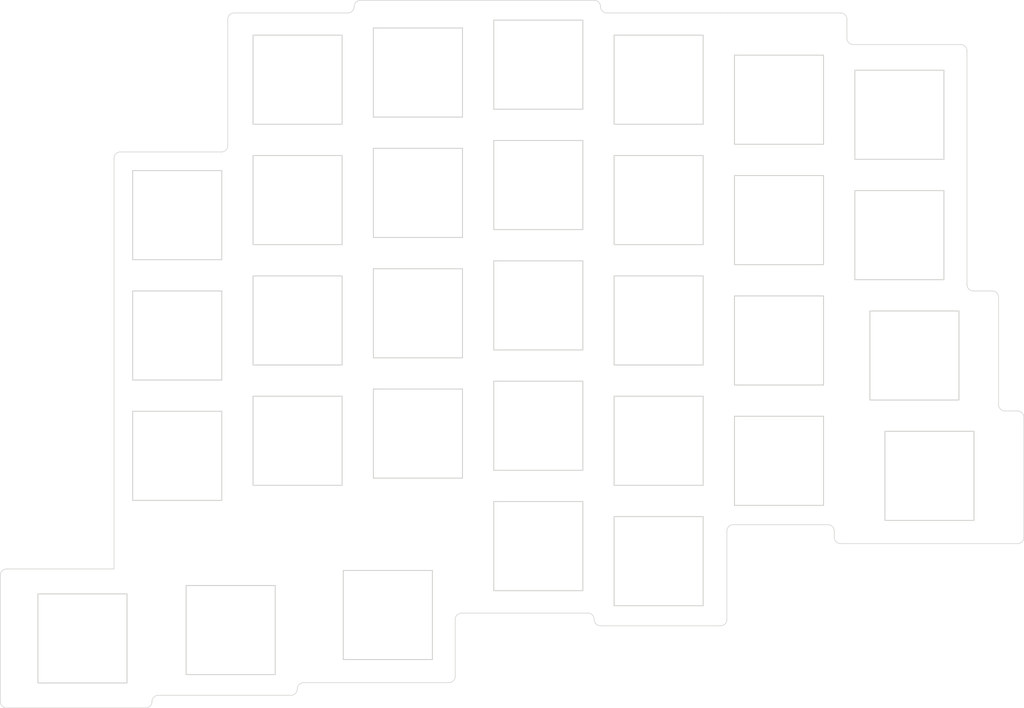
<source format=kicad_pcb>
(kicad_pcb (version 20241229) (generator "pcbnew") (generator_version "9.0")
  (layers (0 "F.Cu" signal) (2 "B.Cu" signal) (13 "F.Paste" user) (15 "B.Paste" user) (5 "F.SilkS" user "F.Silkscreen") (7 "B.SilkS" user "B.Silkscreen") (1 "F.Mask" user) (3 "B.Mask" user) (25 "Edge.Cuts" user))
  (net 0 "")
  (footprint "kbd_SW_Hole:SW_Hole_1u" (layer "F.Cu") (at 47.625 85.725)
    (property "Reference" "SW37" (hide yes))
    (property "Value" "SW_PUSH" (hide yes))
    (fp_line (start -7.05 -7.05) (end 7.05 -7.05) (stroke (width 0.15)) (layer "Edge.Cuts"))
    (fp_line (start -7.05 7.05) (end -7.05 -7.05) (stroke (width 0.15)) (layer "Edge.Cuts"))
    (fp_line (start 7.05 -7.05) (end 7.05 7.05) (stroke (width 0.15)) (layer "Edge.Cuts"))
    (fp_line (start 7.05 7.05) (end -7.05 7.05) (stroke (width 0.15)) (layer "Edge.Cuts"))
  )
  (footprint "kbd_SW_Hole:SW_Hole_1.5u" (layer "F.Cu") (at 166.6875 88.89375)
    (property "Reference" "SW66" (hide yes))
    (property "Value" "SW_PUSH" (hide yes))
    (fp_line (start -7.05 -7.05) (end 7.05 -7.05) (stroke (width 0.15)) (layer "Edge.Cuts"))
    (fp_line (start -7.05 7.05) (end -7.05 -7.05) (stroke (width 0.15)) (layer "Edge.Cuts"))
    (fp_line (start 7.05 -7.05) (end 7.05 7.05) (stroke (width 0.15)) (layer "Edge.Cuts"))
    (fp_line (start 7.05 7.05) (end -7.05 7.05) (stroke (width 0.15)) (layer "Edge.Cuts"))
  )
  (footprint "kbd_SW_Hole:SW_Hole_1u" (layer "F.Cu") (at 142.875 86.5125)
    (property "Reference" "SW62" (hide yes))
    (property "Value" "SW_PUSH" (hide yes))
    (fp_line (start -7.05 -7.05) (end 7.05 -7.05) (stroke (width 0.15)) (layer "Edge.Cuts"))
    (fp_line (start -7.05 7.05) (end -7.05 -7.05) (stroke (width 0.15)) (layer "Edge.Cuts"))
    (fp_line (start 7.05 -7.05) (end 7.05 7.05) (stroke (width 0.15)) (layer "Edge.Cuts"))
    (fp_line (start 7.05 7.05) (end -7.05 7.05) (stroke (width 0.15)) (layer "Edge.Cuts"))
  )
  (footprint "kbd_SW_Hole:SW_Hole_1u" (layer "F.Cu") (at 142.875 29.3625)
    (property "Reference" "SW59" (hide yes))
    (property "Value" "SW_PUSH" (hide yes))
    (fp_line (start -7.05 -7.05) (end 7.05 -7.05) (stroke (width 0.15)) (layer "Edge.Cuts"))
    (fp_line (start -7.05 7.05) (end -7.05 -7.05) (stroke (width 0.15)) (layer "Edge.Cuts"))
    (fp_line (start 7.05 -7.05) (end 7.05 7.05) (stroke (width 0.15)) (layer "Edge.Cuts"))
    (fp_line (start 7.05 7.05) (end -7.05 7.05) (stroke (width 0.15)) (layer "Edge.Cuts"))
  )
  (footprint "kbd_SW_Hole:SW_Hole_1u" (layer "F.Cu") (at 142.875 48.4125)
    (property "Reference" "SW60" (hide yes))
    (property "Value" "SW_PUSH" (hide yes))
    (fp_line (start -7.05 -7.05) (end 7.05 -7.05) (stroke (width 0.15)) (layer "Edge.Cuts"))
    (fp_line (start -7.05 7.05) (end -7.05 -7.05) (stroke (width 0.15)) (layer "Edge.Cuts"))
    (fp_line (start 7.05 -7.05) (end 7.05 7.05) (stroke (width 0.15)) (layer "Edge.Cuts"))
    (fp_line (start 7.05 7.05) (end -7.05 7.05) (stroke (width 0.15)) (layer "Edge.Cuts"))
  )
  (footprint "kbd_SW_Hole:SW_Hole_1u" (layer "F.Cu") (at 161.925 50.79375)
    (property "Reference" "SW64" (hide yes))
    (property "Value" "SW_PUSH" (hide yes))
    (fp_line (start -7.05 -7.05) (end 7.05 -7.05) (stroke (width 0.15)) (layer "Edge.Cuts"))
    (fp_line (start -7.05 7.05) (end -7.05 -7.05) (stroke (width 0.15)) (layer "Edge.Cuts"))
    (fp_line (start 7.05 -7.05) (end 7.05 7.05) (stroke (width 0.15)) (layer "Edge.Cuts"))
    (fp_line (start 7.05 7.05) (end -7.05 7.05) (stroke (width 0.15)) (layer "Edge.Cuts"))
  )
  (footprint "kbd_SW_Hole:SW_Hole_1.25u" (layer "F.Cu") (at 164.30625 69.84375)
    (property "Reference" "SW65" (hide yes))
    (property "Value" "SW_PUSH" (hide yes))
    (fp_line (start -7.05 -7.05) (end 7.05 -7.05) (stroke (width 0.15)) (layer "Edge.Cuts"))
    (fp_line (start -7.05 7.05) (end -7.05 -7.05) (stroke (width 0.15)) (layer "Edge.Cuts"))
    (fp_line (start 7.05 -7.05) (end 7.05 7.05) (stroke (width 0.15)) (layer "Edge.Cuts"))
    (fp_line (start 7.05 7.05) (end -7.05 7.05) (stroke (width 0.15)) (layer "Edge.Cuts"))
  )
  (footprint "kbd_SW_Hole:SW_Hole_1u" (layer "F.Cu") (at 104.775 100.0125)
    (property "Reference" "SW53" (hide yes))
    (property "Value" "SW_PUSH" (hide yes))
    (fp_line (start -7.05 -7.05) (end 7.05 -7.05) (stroke (width 0.15)) (layer "Edge.Cuts"))
    (fp_line (start -7.05 7.05) (end -7.05 -7.05) (stroke (width 0.15)) (layer "Edge.Cuts"))
    (fp_line (start 7.05 -7.05) (end 7.05 7.05) (stroke (width 0.15)) (layer "Edge.Cuts"))
    (fp_line (start 7.05 7.05) (end -7.05 7.05) (stroke (width 0.15)) (layer "Edge.Cuts"))
  )
  (footprint "kbd_SW_Hole:SW_Hole_1u" (layer "F.Cu") (at 123.825 102.39375)
    (property "Reference" "SW58" (hide yes))
    (property "Value" "SW_PUSH" (hide yes))
    (fp_line (start -7.05 -7.05) (end 7.05 -7.05) (stroke (width 0.15)) (layer "Edge.Cuts"))
    (fp_line (start -7.05 7.05) (end -7.05 -7.05) (stroke (width 0.15)) (layer "Edge.Cuts"))
    (fp_line (start 7.05 -7.05) (end 7.05 7.05) (stroke (width 0.15)) (layer "Edge.Cuts"))
    (fp_line (start 7.05 7.05) (end -7.05 7.05) (stroke (width 0.15)) (layer "Edge.Cuts"))
  )
  (footprint "kbd_SW_Hole:SW_Hole_1u" (layer "F.Cu") (at 104.775 23.8125)
    (property "Reference" "SW49" (hide yes))
    (property "Value" "SW_PUSH" (hide yes))
    (fp_line (start -7.05 -7.05) (end 7.05 -7.05) (stroke (width 0.15)) (layer "Edge.Cuts"))
    (fp_line (start -7.05 7.05) (end -7.05 -7.05) (stroke (width 0.15)) (layer "Edge.Cuts"))
    (fp_line (start 7.05 -7.05) (end 7.05 7.05) (stroke (width 0.15)) (layer "Edge.Cuts"))
    (fp_line (start 7.05 7.05) (end -7.05 7.05) (stroke (width 0.15)) (layer "Edge.Cuts"))
  )
  (footprint "kbd_SW_Hole:SW_Hole_1u" (layer "F.Cu") (at 85.725 82.20625)
    (property "Reference" "SW47" (hide yes))
    (property "Value" "SW_PUSH" (hide yes))
    (fp_line (start -7.05 -7.05) (end 7.05 -7.05) (stroke (width 0.15)) (layer "Edge.Cuts"))
    (fp_line (start -7.05 7.05) (end -7.05 -7.05) (stroke (width 0.15)) (layer "Edge.Cuts"))
    (fp_line (start 7.05 -7.05) (end 7.05 7.05) (stroke (width 0.15)) (layer "Edge.Cuts"))
    (fp_line (start 7.05 7.05) (end -7.05 7.05) (stroke (width 0.15)) (layer "Edge.Cuts"))
  )
  (footprint "kbd_SW_Hole:SW_Hole_1u" (layer "F.Cu") (at 85.725 63.15625)
    (property "Reference" "SW46" (hide yes))
    (property "Value" "SW_PUSH" (hide yes))
    (fp_line (start -7.05 -7.05) (end 7.05 -7.05) (stroke (width 0.15)) (layer "Edge.Cuts"))
    (fp_line (start -7.05 7.05) (end -7.05 -7.05) (stroke (width 0.15)) (layer "Edge.Cuts"))
    (fp_line (start 7.05 -7.05) (end 7.05 7.05) (stroke (width 0.15)) (layer "Edge.Cuts"))
    (fp_line (start 7.05 7.05) (end -7.05 7.05) (stroke (width 0.15)) (layer "Edge.Cuts"))
  )
  (footprint "kbd_SW_Hole:SW_Hole_1u" (layer "F.Cu") (at 85.725 44.10625)
    (property "Reference" "SW45" (hide yes))
    (property "Value" "SW_PUSH" (hide yes))
    (fp_line (start -7.05 -7.05) (end 7.05 -7.05) (stroke (width 0.15)) (layer "Edge.Cuts"))
    (fp_line (start -7.05 7.05) (end -7.05 -7.05) (stroke (width 0.15)) (layer "Edge.Cuts"))
    (fp_line (start 7.05 -7.05) (end 7.05 7.05) (stroke (width 0.15)) (layer "Edge.Cuts"))
    (fp_line (start 7.05 7.05) (end -7.05 7.05) (stroke (width 0.15)) (layer "Edge.Cuts"))
  )
  (footprint "kbd_SW_Hole:SW_Hole_1u" (layer "F.Cu") (at 66.675 64.29375)
    (property "Reference" "SW42" (hide yes))
    (property "Value" "SW_PUSH" (hide yes))
    (fp_line (start -7.05 -7.05) (end 7.05 -7.05) (stroke (width 0.15)) (layer "Edge.Cuts"))
    (fp_line (start -7.05 7.05) (end -7.05 -7.05) (stroke (width 0.15)) (layer "Edge.Cuts"))
    (fp_line (start 7.05 -7.05) (end 7.05 7.05) (stroke (width 0.15)) (layer "Edge.Cuts"))
    (fp_line (start 7.05 7.05) (end -7.05 7.05) (stroke (width 0.15)) (layer "Edge.Cuts"))
  )
  (footprint "kbd_SW_Hole:SW_Hole_1u" (layer "F.Cu") (at 66.675 45.24375)
    (property "Reference" "SW41" (hide yes))
    (property "Value" "SW_PUSH" (hide yes))
    (fp_line (start -7.05 -7.05) (end 7.05 -7.05) (stroke (width 0.15)) (layer "Edge.Cuts"))
    (fp_line (start -7.05 7.05) (end -7.05 -7.05) (stroke (width 0.15)) (layer "Edge.Cuts"))
    (fp_line (start 7.05 -7.05) (end 7.05 7.05) (stroke (width 0.15)) (layer "Edge.Cuts"))
    (fp_line (start 7.05 7.05) (end -7.05 7.05) (stroke (width 0.15)) (layer "Edge.Cuts"))
  )
  (footprint "kbd_SW_Hole:SW_Hole_1u" (layer "F.Cu") (at 66.675 26.19375)
    (property "Reference" "SW40" (hide yes))
    (property "Value" "SW_PUSH" (hide yes))
    (fp_line (start -7.05 -7.05) (end 7.05 -7.05) (stroke (width 0.15)) (layer "Edge.Cuts"))
    (fp_line (start -7.05 7.05) (end -7.05 -7.05) (stroke (width 0.15)) (layer "Edge.Cuts"))
    (fp_line (start 7.05 -7.05) (end 7.05 7.05) (stroke (width 0.15)) (layer "Edge.Cuts"))
    (fp_line (start 7.05 7.05) (end -7.05 7.05) (stroke (width 0.15)) (layer "Edge.Cuts"))
  )
  (footprint "kbd_SW_Hole:SW_Hole_1u" (layer "F.Cu") (at 56.0875 113.3)
    (property "Reference" "SW39" (hide yes))
    (property "Value" "SW_PUSH" (hide yes))
    (fp_line (start -7.05 -7.05) (end 7.05 -7.05) (stroke (width 0.15)) (layer "Edge.Cuts"))
    (fp_line (start -7.05 7.05) (end -7.05 -7.05) (stroke (width 0.15)) (layer "Edge.Cuts"))
    (fp_line (start 7.05 -7.05) (end 7.05 7.05) (stroke (width 0.15)) (layer "Edge.Cuts"))
    (fp_line (start 7.05 7.05) (end -7.05 7.05) (stroke (width 0.15)) (layer "Edge.Cuts"))
  )
  (footprint "kbd_SW_Hole:SW_Hole_1u" (layer "F.Cu") (at 80.9625 110.91875)
    (property "Reference" "SW48" (hide yes))
    (property "Value" "SW_PUSH" (hide yes))
    (fp_line (start -7.05 -7.05) (end 7.05 -7.05) (stroke (width 0.15)) (layer "Edge.Cuts"))
    (fp_line (start -7.05 7.05) (end -7.05 -7.05) (stroke (width 0.15)) (layer "Edge.Cuts"))
    (fp_line (start 7.05 -7.05) (end 7.05 7.05) (stroke (width 0.15)) (layer "Edge.Cuts"))
    (fp_line (start 7.05 7.05) (end -7.05 7.05) (stroke (width 0.15)) (layer "Edge.Cuts"))
  )
  (footprint "kbd_SW_Hole:SW_Hole_1u" (layer "F.Cu") (at 104.775 61.9125)
    (property "Reference" "SW51" (hide yes))
    (property "Value" "SW_PUSH" (hide yes))
    (fp_line (start -7.05 -7.05) (end 7.05 -7.05) (stroke (width 0.15)) (layer "Edge.Cuts"))
    (fp_line (start -7.05 7.05) (end -7.05 -7.05) (stroke (width 0.15)) (layer "Edge.Cuts"))
    (fp_line (start 7.05 -7.05) (end 7.05 7.05) (stroke (width 0.15)) (layer "Edge.Cuts"))
    (fp_line (start 7.05 7.05) (end -7.05 7.05) (stroke (width 0.15)) (layer "Edge.Cuts"))
  )
  (footprint "kbd_SW_Hole:SW_Hole_1u" (layer "F.Cu") (at 104.775 80.9625)
    (property "Reference" "SW52" (hide yes))
    (property "Value" "SW_PUSH" (hide yes))
    (fp_line (start -7.05 -7.05) (end 7.05 -7.05) (stroke (width 0.15)) (layer "Edge.Cuts"))
    (fp_line (start -7.05 7.05) (end -7.05 -7.05) (stroke (width 0.15)) (layer "Edge.Cuts"))
    (fp_line (start 7.05 -7.05) (end 7.05 7.05) (stroke (width 0.15)) (layer "Edge.Cuts"))
    (fp_line (start 7.05 7.05) (end -7.05 7.05) (stroke (width 0.15)) (layer "Edge.Cuts"))
  )
  (footprint "kbd_SW_Hole:SW_Hole_1u" (layer "F.Cu") (at 123.825 45.24375)
    (property "Reference" "SW55" (hide yes))
    (property "Value" "SW_PUSH" (hide yes))
    (fp_line (start -7.05 -7.05) (end 7.05 -7.05) (stroke (width 0.15)) (layer "Edge.Cuts"))
    (fp_line (start -7.05 7.05) (end -7.05 -7.05) (stroke (width 0.15)) (layer "Edge.Cuts"))
    (fp_line (start 7.05 -7.05) (end 7.05 7.05) (stroke (width 0.15)) (layer "Edge.Cuts"))
    (fp_line (start 7.05 7.05) (end -7.05 7.05) (stroke (width 0.15)) (layer "Edge.Cuts"))
  )
  (footprint "kbd_SW_Hole:SW_Hole_1u" (layer "F.Cu") (at 123.825 64.29375)
    (property "Reference" "SW56" (hide yes))
    (property "Value" "SW_PUSH" (hide yes))
    (fp_line (start -7.05 -7.05) (end 7.05 -7.05) (stroke (width 0.15)) (layer "Edge.Cuts"))
    (fp_line (start -7.05 7.05) (end -7.05 -7.05) (stroke (width 0.15)) (layer "Edge.Cuts"))
    (fp_line (start 7.05 -7.05) (end 7.05 7.05) (stroke (width 0.15)) (layer "Edge.Cuts"))
    (fp_line (start 7.05 7.05) (end -7.05 7.05) (stroke (width 0.15)) (layer "Edge.Cuts"))
  )
  (footprint "kbd_SW_Hole:SW_Hole_1u" (layer "F.Cu") (at 123.825 83.34375)
    (property "Reference" "SW57" (hide yes))
    (property "Value" "SW_PUSH" (hide yes))
    (fp_line (start -7.05 -7.05) (end 7.05 -7.05) (stroke (width 0.15)) (layer "Edge.Cuts"))
    (fp_line (start -7.05 7.05) (end -7.05 -7.05) (stroke (width 0.15)) (layer "Edge.Cuts"))
    (fp_line (start 7.05 -7.05) (end 7.05 7.05) (stroke (width 0.15)) (layer "Edge.Cuts"))
    (fp_line (start 7.05 7.05) (end -7.05 7.05) (stroke (width 0.15)) (layer "Edge.Cuts"))
  )
  (footprint "kbd_SW_Hole:SW_Hole_1u" (layer "F.Cu") (at 142.875 67.4625)
    (property "Reference" "SW61" (hide yes))
    (property "Value" "SW_PUSH" (hide yes))
    (fp_line (start -7.05 -7.05) (end 7.05 -7.05) (stroke (width 0.15)) (layer "Edge.Cuts"))
    (fp_line (start -7.05 7.05) (end -7.05 -7.05) (stroke (width 0.15)) (layer "Edge.Cuts"))
    (fp_line (start 7.05 -7.05) (end 7.05 7.05) (stroke (width 0.15)) (layer "Edge.Cuts"))
    (fp_line (start 7.05 7.05) (end -7.05 7.05) (stroke (width 0.15)) (layer "Edge.Cuts"))
  )
  (footprint "kbd_SW_Hole:SW_Hole_1u" (layer "F.Cu") (at 47.625 47.625)
    (property "Reference" "SW35" (hide yes))
    (property "Value" "SW_PUSH" (hide yes))
    (fp_line (start -7.05 -7.05) (end 7.05 -7.05) (stroke (width 0.15)) (layer "Edge.Cuts"))
    (fp_line (start -7.05 7.05) (end -7.05 -7.05) (stroke (width 0.15)) (layer "Edge.Cuts"))
    (fp_line (start 7.05 -7.05) (end 7.05 7.05) (stroke (width 0.15)) (layer "Edge.Cuts"))
    (fp_line (start 7.05 7.05) (end -7.05 7.05) (stroke (width 0.15)) (layer "Edge.Cuts"))
  )
  (footprint "kbd_SW_Hole:SW_Hole_1u" (layer "F.Cu") (at 47.625 66.675)
    (property "Reference" "SW36" (hide yes))
    (property "Value" "SW_PUSH" (hide yes))
    (fp_line (start -7.05 -7.05) (end 7.05 -7.05) (stroke (width 0.15)) (layer "Edge.Cuts"))
    (fp_line (start -7.05 7.05) (end -7.05 -7.05) (stroke (width 0.15)) (layer "Edge.Cuts"))
    (fp_line (start 7.05 -7.05) (end 7.05 7.05) (stroke (width 0.15)) (layer "Edge.Cuts"))
    (fp_line (start 7.05 7.05) (end -7.05 7.05) (stroke (width 0.15)) (layer "Edge.Cuts"))
  )
  (footprint "kbd_SW_Hole:SW_Hole_1u" (layer "F.Cu") (at 104.775 42.8625)
    (property "Reference" "SW50" (hide yes))
    (property "Value" "SW_PUSH" (hide yes))
    (fp_line (start -7.05 -7.05) (end 7.05 -7.05) (stroke (width 0.15)) (layer "Edge.Cuts"))
    (fp_line (start -7.05 7.05) (end -7.05 -7.05) (stroke (width 0.15)) (layer "Edge.Cuts"))
    (fp_line (start 7.05 -7.05) (end 7.05 7.05) (stroke (width 0.15)) (layer "Edge.Cuts"))
    (fp_line (start 7.05 7.05) (end -7.05 7.05) (stroke (width 0.15)) (layer "Edge.Cuts"))
  )
  (footprint "kbd_SW_Hole:SW_Hole_1u" (layer "F.Cu") (at 123.825 26.19375)
    (property "Reference" "SW54" (hide yes))
    (property "Value" "SW_PUSH" (hide yes))
    (fp_line (start -7.05 -7.05) (end 7.05 -7.05) (stroke (width 0.15)) (layer "Edge.Cuts"))
    (fp_line (start -7.05 7.05) (end -7.05 -7.05) (stroke (width 0.15)) (layer "Edge.Cuts"))
    (fp_line (start 7.05 -7.05) (end 7.05 7.05) (stroke (width 0.15)) (layer "Edge.Cuts"))
    (fp_line (start 7.05 7.05) (end -7.05 7.05) (stroke (width 0.15)) (layer "Edge.Cuts"))
  )
  (footprint "kbd_SW_Hole:SW_Hole_1u" (layer "F.Cu") (at 66.675 83.34375)
    (property "Reference" "SW43" (hide yes))
    (property "Value" "SW_PUSH" (hide yes))
    (fp_line (start -7.05 -7.05) (end 7.05 -7.05) (stroke (width 0.15)) (layer "Edge.Cuts"))
    (fp_line (start -7.05 7.05) (end -7.05 -7.05) (stroke (width 0.15)) (layer "Edge.Cuts"))
    (fp_line (start 7.05 -7.05) (end 7.05 7.05) (stroke (width 0.15)) (layer "Edge.Cuts"))
    (fp_line (start 7.05 7.05) (end -7.05 7.05) (stroke (width 0.15)) (layer "Edge.Cuts"))
  )
  (footprint "kbd_SW_Hole:SW_Hole_1u" (layer "F.Cu") (at 32.625 114.625)
    (property "Reference" "SW38" (hide yes))
    (property "Value" "SW_PUSH" (hide yes))
    (fp_line (start -7.05 -7.05) (end 7.05 -7.05) (stroke (width 0.15)) (layer "Edge.Cuts"))
    (fp_line (start -7.05 7.05) (end -7.05 -7.05) (stroke (width 0.15)) (layer "Edge.Cuts"))
    (fp_line (start 7.05 -7.05) (end 7.05 7.05) (stroke (width 0.15)) (layer "Edge.Cuts"))
    (fp_line (start 7.05 7.05) (end -7.05 7.05) (stroke (width 0.15)) (layer "Edge.Cuts"))
  )
  (footprint "kbd_SW_Hole:SW_Hole_1u" (layer "F.Cu") (at 161.925 31.74375)
    (property "Reference" "SW63" (hide yes))
    (property "Value" "SW_PUSH" (hide yes))
    (fp_line (start -7.05 -7.05) (end 7.05 -7.05) (stroke (width 0.15)) (layer "Edge.Cuts"))
    (fp_line (start -7.05 7.05) (end -7.05 -7.05) (stroke (width 0.15)) (layer "Edge.Cuts"))
    (fp_line (start 7.05 -7.05) (end 7.05 7.05) (stroke (width 0.15)) (layer "Edge.Cuts"))
    (fp_line (start 7.05 7.05) (end -7.05 7.05) (stroke (width 0.15)) (layer "Edge.Cuts"))
  )
  (footprint "kbd_Hole:m2_Screw_Hole" (layer "F.Cu") (at 43.625 107.625)
    (property "Reference" "Ref**")
    (property "Value" "Val**")
    (pad "" np_thru_hole circle (at 0 0) (size 2.2 2.2) (drill 2.2) (layers "*.Cu" "*.Mask"))
  )
  (footprint "kbd_SW_Hole:SW_Hole_1u" (layer "F.Cu") (at 85.725 25.05625)
    (property "Reference" "SW44" (hide yes))
    (property "Value" "SW_PUSH" (hide yes))
    (fp_line (start -7.05 -7.05) (end 7.05 -7.05) (stroke (width 0.15)) (layer "Edge.Cuts"))
    (fp_line (start -7.05 7.05) (end -7.05 -7.05) (stroke (width 0.15)) (layer "Edge.Cuts"))
    (fp_line (start 7.05 -7.05) (end 7.05 7.05) (stroke (width 0.15)) (layer "Edge.Cuts"))
    (fp_line (start 7.05 7.05) (end -7.05 7.05) (stroke (width 0.15)) (layer "Edge.Cuts"))
  )
  (footprint "kbd_Hole:m2_Screw_Hole" (layer "F.Cu") (at 178.625 96.625)
    (property "Reference" "Ref**")
    (property "Value" "Val**")
    (pad "" np_thru_hole circle (at 0 0) (size 2.2 2.2) (drill 2.2) (layers "*.Cu" "*.Mask"))
  )
  (footprint "kbd_Hole:m2_Screw_Hole" (layer "F.Cu") (at 150.625 18.625)
    (property "Reference" "Ref**")
    (property "Value" "Val**")
    (pad "" np_thru_hole circle (at 0 0) (size 2.2 2.2) (drill 2.2) (layers "*.Cu" "*.Mask"))
  )
  (footprint "kbd_Hole:m2_Screw_Hole" (layer "F.Cu") (at 58.625 35.625)
    (property "Reference" "Ref**")
    (property "Value" "Val**")
    (pad "" np_thru_hole circle (at 0 0) (size 2.2 2.2) (drill 2.2) (layers "*.Cu" "*.Mask"))
  )
  (gr_line (start 42.625 125.625) (end 20.625 125.625) (stroke (width 0.1)) (layer "Edge.Cuts"))
  (gr_line (start 150.625 96.625) (end 135.625 96.625) (stroke (width 0.1)) (layer "Edge.Cuts"))
  (gr_arc (start 43.625 124.625) (mid 43.917893 123.917893) (end 44.625 123.625) (stroke (width 0.1)) (layer "Edge.Cuts"))
  (gr_arc (start 113.625 13.625) (mid 114.332107 13.917893) (end 114.625 14.625) (stroke (width 0.1)) (layer "Edge.Cuts"))
  (gr_line (start 19.625 124.625) (end 19.625 104.625) (stroke (width 0.1)) (layer "Edge.Cuts"))
  (gr_arc (start 173.625 59.625) (mid 172.917893 59.332107) (end 172.625 58.625) (stroke (width 0.1)) (layer "Edge.Cuts"))
  (gr_arc (start 75.625 14.625) (mid 75.917893 13.917893) (end 76.625 13.625) (stroke (width 0.1)) (layer "Edge.Cuts"))
  (gr_arc (start 43.625 124.625) (mid 43.332107 125.332107) (end 42.625 125.625) (stroke (width 0.1)) (layer "Edge.Cuts"))
  (gr_line (start 133.625 112.625) (end 114.625 112.625) (stroke (width 0.1)) (layer "Edge.Cuts"))
  (gr_arc (start 178.625 78.625) (mid 177.917893 78.332107) (end 177.625 77.625) (stroke (width 0.1)) (layer "Edge.Cuts"))
  (gr_line (start 134.625 97.625) (end 134.625 111.625) (stroke (width 0.1)) (layer "Edge.Cuts"))
  (gr_line (start 112.625 110.625) (end 92.625 110.625) (stroke (width 0.1)) (layer "Edge.Cuts"))
  (gr_arc (start 112.625 110.625) (mid 113.332107 110.917893) (end 113.625 111.625) (stroke (width 0.1)) (layer "Edge.Cuts"))
  (gr_line (start 153.625 16.625) (end 153.625 19.625) (stroke (width 0.1)) (layer "Edge.Cuts"))
  (gr_line (start 154.625 20.625) (end 171.625 20.625) (stroke (width 0.1)) (layer "Edge.Cuts"))
  (gr_line (start 54.625 37.625) (end 38.625 37.625) (stroke (width 0.1)) (layer "Edge.Cuts"))
  (gr_line (start 37.625 103.625) (end 37.625 38.625) (stroke (width 0.1)) (layer "Edge.Cuts"))
  (gr_arc (start 55.625 16.625) (mid 55.917893 15.917893) (end 56.625 15.625) (stroke (width 0.1)) (layer "Edge.Cuts"))
  (gr_line (start 65.625 123.625) (end 44.625 123.625) (stroke (width 0.1)) (layer "Edge.Cuts"))
  (gr_line (start 172.625 58.625) (end 172.625 21.625) (stroke (width 0.1)) (layer "Edge.Cuts"))
  (gr_line (start 181.625 79.625) (end 181.625 98.625) (stroke (width 0.1)) (layer "Edge.Cuts"))
  (gr_line (start 20.625 103.625) (end 37.625 103.625) (stroke (width 0.1)) (layer "Edge.Cuts"))
  (gr_arc (start 152.625 99.625) (mid 151.917893 99.332107) (end 151.625 98.625) (stroke (width 0.1)) (layer "Edge.Cuts"))
  (gr_arc (start 181.625 98.625) (mid 181.332107 99.332107) (end 180.625 99.625) (stroke (width 0.1)) (layer "Edge.Cuts"))
  (gr_line (start 178.625 78.625) (end 180.625 78.625) (stroke (width 0.1)) (layer "Edge.Cuts"))
  (gr_line (start 180.625 99.625) (end 152.625 99.625) (stroke (width 0.1)) (layer "Edge.Cuts"))
  (gr_line (start 133.625 15.625) (end 152.625 15.625) (stroke (width 0.1)) (layer "Edge.Cuts"))
  (gr_arc (start 134.625 97.625) (mid 134.917893 96.917893) (end 135.625 96.625) (stroke (width 0.1)) (layer "Edge.Cuts"))
  (gr_arc (start 176.625 59.625) (mid 177.332107 59.917893) (end 177.625 60.625) (stroke (width 0.1)) (layer "Edge.Cuts"))
  (gr_arc (start 55.625 36.625) (mid 55.332107 37.332107) (end 54.625 37.625) (stroke (width 0.1)) (layer "Edge.Cuts"))
  (gr_arc (start 20.625 125.625) (mid 19.917893 125.332107) (end 19.625 124.625) (stroke (width 0.1)) (layer "Edge.Cuts"))
  (gr_line (start 56.625 15.625) (end 74.625 15.625) (stroke (width 0.1)) (layer "Edge.Cuts"))
  (gr_line (start 91.625 111.625) (end 91.625 120.625) (stroke (width 0.1)) (layer "Edge.Cuts"))
  (gr_arc (start 37.625 38.625) (mid 37.917893 37.917893) (end 38.625 37.625) (stroke (width 0.1)) (layer "Edge.Cuts"))
  (gr_arc (start 91.625 111.625) (mid 91.917893 110.917893) (end 92.625 110.625) (stroke (width 0.1)) (layer "Edge.Cuts"))
  (gr_line (start 90.625 121.625) (end 67.625 121.625) (stroke (width 0.1)) (layer "Edge.Cuts"))
  (gr_line (start 177.625 60.625) (end 177.625 77.625) (stroke (width 0.1)) (layer "Edge.Cuts"))
  (gr_arc (start 114.625 112.625) (mid 113.917893 112.332107) (end 113.625 111.625) (stroke (width 0.1)) (layer "Edge.Cuts"))
  (gr_arc (start 66.625 122.625) (mid 66.917893 121.917893) (end 67.625 121.625) (stroke (width 0.1)) (layer "Edge.Cuts"))
  (gr_arc (start 134.625 111.625) (mid 134.332107 112.332107) (end 133.625 112.625) (stroke (width 0.1)) (layer "Edge.Cuts"))
  (gr_arc (start 171.625 20.625) (mid 172.332107 20.917893) (end 172.625 21.625) (stroke (width 0.1)) (layer "Edge.Cuts"))
  (gr_line (start 55.625 16.625) (end 55.625 36.625) (stroke (width 0.1)) (layer "Edge.Cuts"))
  (gr_arc (start 19.625 104.625) (mid 19.917893 103.917893) (end 20.625 103.625) (stroke (width 0.1)) (layer "Edge.Cuts"))
  (gr_arc (start 66.625 122.625) (mid 66.332107 123.332107) (end 65.625 123.625) (stroke (width 0.1)) (layer "Edge.Cuts"))
  (gr_arc (start 115.625 15.625) (mid 114.917893 15.332107) (end 114.625 14.625) (stroke (width 0.1)) (layer "Edge.Cuts"))
  (gr_arc (start 154.625 20.625) (mid 153.917893 20.332107) (end 153.625 19.625) (stroke (width 0.1)) (layer "Edge.Cuts"))
  (gr_line (start 76.625 13.625) (end 113.625 13.625) (stroke (width 0.1)) (layer "Edge.Cuts"))
  (gr_line (start 151.625 98.625) (end 151.625 97.625) (stroke (width 0.1)) (layer "Edge.Cuts"))
  (gr_line (start 173.625 59.625) (end 176.625 59.625) (stroke (width 0.1)) (layer "Edge.Cuts"))
  (gr_arc (start 180.625 78.625) (mid 181.332107 78.917893) (end 181.625 79.625) (stroke (width 0.1)) (layer "Edge.Cuts"))
  (gr_arc (start 152.625 15.625) (mid 153.332107 15.917893) (end 153.625 16.625) (stroke (width 0.1)) (layer "Edge.Cuts"))
  (gr_arc (start 150.625 96.625) (mid 151.332107 96.917893) (end 151.625 97.625) (stroke (width 0.1)) (layer "Edge.Cuts"))
  (gr_line (start 115.625 15.625) (end 133.625 15.625) (stroke (width 0.1)) (layer "Edge.Cuts"))
  (gr_arc (start 91.625 120.625) (mid 91.332107 121.332107) (end 90.625 121.625) (stroke (width 0.1)) (layer "Edge.Cuts"))
  (gr_arc (start 75.625 14.625) (mid 75.332107 15.332107) (end 74.625 15.625) (stroke (width 0.1)) (layer "Edge.Cuts"))
)
</source>
